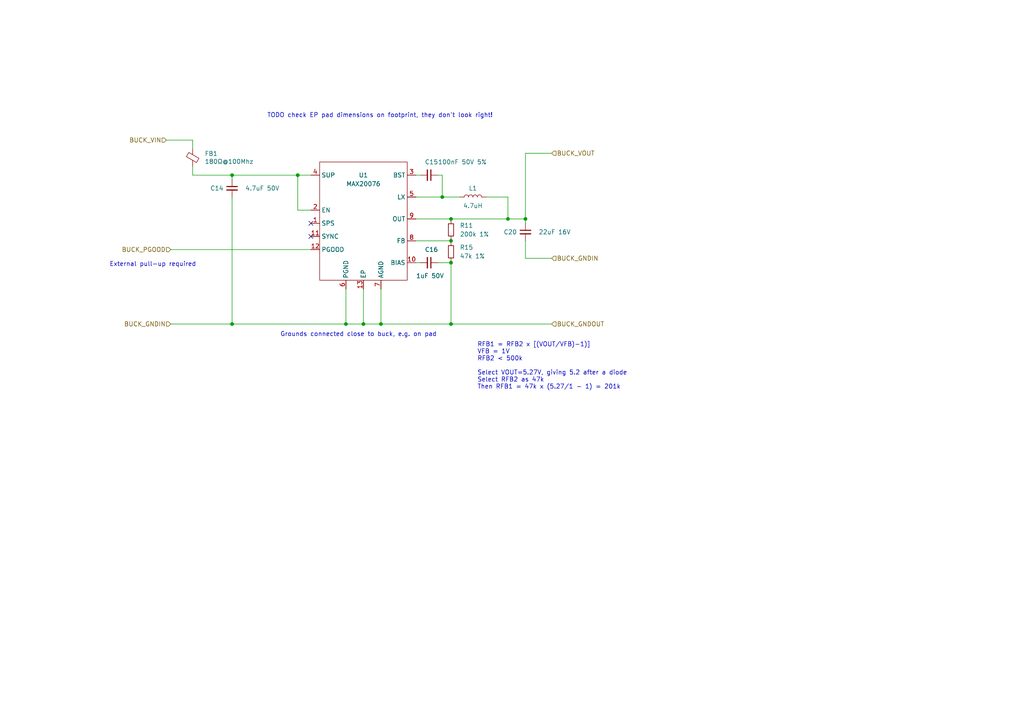
<source format=kicad_sch>
(kicad_sch (version 20211123) (generator eeschema)
  (paper "A4")
  (lib_symbols
    (symbol "Device:C_Small" (pin_numbers hide) (pin_names (offset 0.254) hide)
      (property "Reference" "C" (at 0.254 1.778 0))
      (property "Value" "C_Small" (at 0.254 -2.032 0))
      (symbol "C_Small_0_1"
        (polyline (pts (xy -1.524 -0.508) (xy 1.524 -0.508)) (stroke (width 0.3302)))
        (polyline (pts (xy -1.524 0.508) (xy 1.524 0.508)) (stroke (width 0.3048)))
      )
      (symbol "C_Small_1_1"
        (pin passive line (at 0 2.54 270) (length 2.032) (name "~") (number "1"))
        (pin passive line (at 0 -2.54 90) (length 2.032) (name "~") (number "2"))
      )
    )
    (symbol "Device:FerriteBead_Small" (pin_numbers hide) (pin_names (offset 0))
      (property "Reference" "FB" (at 1.905 1.27 0))
      (property "Value" "FerriteBead_Small" (at 1.905 -1.27 0))
      (symbol "FerriteBead_Small_0_1"
        (polyline (pts (xy 0 -1.27) (xy 0 -0.7874)))
        (polyline (pts (xy 0 0.889) (xy 0 1.2954)))
        (polyline (pts (xy -1.8288 0.2794) (xy -1.1176 1.4986) (xy 1.8288 -0.2032) (xy 1.1176 -1.4224) (xy -1.8288 0.2794)))
      )
      (symbol "FerriteBead_Small_1_1"
        (pin passive line (at 0 2.54 270) (length 1.27) (name "~") (number "1"))
        (pin passive line (at 0 -2.54 90) (length 1.27) (name "~") (number "2"))
      )
    )
    (symbol "Device:L" (pin_numbers hide) (pin_names (offset 1.016) hide)
      (property "Reference" "L" (at -1.27 0 90))
      (property "Value" "L" (at 1.905 0 90))
      (symbol "L_0_1"
        (arc (start 0 -2.54) (mid 0.635 -1.905) (end 0 -1.27))
        (arc (start 0 -1.27) (mid 0.635 -0.635) (end 0 0))
        (arc (start 0 0) (mid 0.635 0.635) (end 0 1.27))
        (arc (start 0 1.27) (mid 0.635 1.905) (end 0 2.54))
      )
      (symbol "L_1_1"
        (pin passive line (at 0 3.81 270) (length 1.27) (name "1") (number "1"))
        (pin passive line (at 0 -3.81 90) (length 1.27) (name "2") (number "2"))
      )
    )
    (symbol "Device:R_Small" (pin_numbers hide) (pin_names (offset 0.254) hide)
      (property "Reference" "R" (at 0.762 0.508 0))
      (property "Value" "R_Small" (at 0.762 -1.016 0))
      (symbol "R_Small_0_1"
        (rectangle (start -0.762 1.778) (end 0.762 -1.778) (stroke (width 0.2032)))
      )
      (symbol "R_Small_1_1"
        (pin passive line (at 0 2.54 270) (length 0.762) (name "~") (number "1"))
        (pin passive line (at 0 -2.54 90) (length 0.762) (name "~") (number "2"))
      )
    )
    (symbol "runger:MAX20076"
      (property "Reference" "U" (at 0 11.43 0))
      (property "Value" "MAX20076" (at 0 0 90))
      (symbol "MAX20076_0_0"
        (pin input line (at -15.24 0 0) (length 2.54) (name "SPS") (number "1"))
        (pin unspecified line (at 15.24 -11.43 180) (length 2.54) (name "BIAS") (number "10"))
        (pin unspecified line (at -15.24 -3.81 0) (length 2.54) (name "SYNC") (number "11"))
        (pin open_collector line (at -15.24 -7.62 0) (length 2.54) (name "PGOOD") (number "12"))
        (pin unspecified line (at 0 -19.05 90) (length 2.54) (name "EP") (number "13"))
        (pin input line (at -15.24 3.81 0) (length 2.54) (name "EN") (number "2"))
        (pin unspecified line (at 15.24 13.97 180) (length 2.54) (name "BST") (number "3"))
        (pin unspecified line (at -15.24 13.97 0) (length 2.54) (name "SUP") (number "4"))
        (pin unspecified line (at 15.24 7.62 180) (length 2.54) (name "LX") (number "5"))
        (pin unspecified line (at -5.08 -19.05 90) (length 2.54) (name "PGND") (number "6"))
        (pin unspecified line (at 5.08 -19.05 90) (length 2.54) (name "AGND") (number "7"))
        (pin unspecified line (at 15.24 -5.08 180) (length 2.54) (name "FB") (number "8"))
        (pin unspecified line (at 15.24 1.27 180) (length 2.54) (name "OUT") (number "9"))
      )
      (symbol "MAX20076_0_1"
        (rectangle (start -12.7 17.78) (end 12.7 -16.51))
      )
    )
  )
  (junction (at 152.4 63.5))
  (junction (at 147.32 63.5))
  (junction (at 105.41 93.98))
  (junction (at 128.27 57.15))
  (junction (at 130.81 69.85))
  (junction (at 100.33 93.98))
  (junction (at 110.49 93.98))
  (junction (at 86.36 50.8))
  (junction (at 130.81 93.98))
  (junction (at 67.31 50.8))
  (junction (at 130.81 76.2))
  (junction (at 130.81 63.5))
  (junction (at 67.31 93.98))
  (no_connect (at 90.17 68.58))
  (no_connect (at 90.17 64.77))
  (wire (pts (xy 55.88 48.26) (xy 55.88 50.8)))
  (wire (pts (xy 48.26 40.64) (xy 55.88 40.64)))
  (wire (pts (xy 120.65 69.85) (xy 130.81 69.85)))
  (wire (pts (xy 105.41 93.98) (xy 100.33 93.98)))
  (wire (pts (xy 105.41 93.98) (xy 110.49 93.98)))
  (wire (pts (xy 55.88 50.8) (xy 67.31 50.8)))
  (wire (pts (xy 130.81 69.85) (xy 130.81 70.485)))
  (wire (pts (xy 130.81 63.5) (xy 147.32 63.5)))
  (wire (pts (xy 49.53 72.39) (xy 90.17 72.39)))
  (wire (pts (xy 147.32 57.15) (xy 147.32 63.5)))
  (wire (pts (xy 86.36 60.96) (xy 86.36 50.8)))
  (wire (pts (xy 147.32 63.5) (xy 152.4 63.5)))
  (wire (pts (xy 130.81 93.98) (xy 160.02 93.98)))
  (wire (pts (xy 130.81 76.2) (xy 130.81 93.98)))
  (wire (pts (xy 130.81 69.215) (xy 130.81 69.85)))
  (wire (pts (xy 152.4 63.5) (xy 152.4 64.77)))
  (wire (pts (xy 127 50.8) (xy 128.27 50.8)))
  (wire (pts (xy 110.49 93.98) (xy 110.49 83.82)))
  (wire (pts (xy 152.4 74.93) (xy 152.4 69.85)))
  (wire (pts (xy 152.4 44.45) (xy 160.02 44.45)))
  (wire (pts (xy 49.53 93.98) (xy 67.31 93.98)))
  (wire (pts (xy 100.33 93.98) (xy 67.31 93.98)))
  (wire (pts (xy 120.65 50.8) (xy 121.92 50.8)))
  (wire (pts (xy 130.81 63.5) (xy 130.81 64.135)))
  (wire (pts (xy 120.65 63.5) (xy 130.81 63.5)))
  (wire (pts (xy 120.65 57.15) (xy 128.27 57.15)))
  (wire (pts (xy 86.36 50.8) (xy 90.17 50.8)))
  (wire (pts (xy 127 76.2) (xy 130.81 76.2)))
  (wire (pts (xy 120.65 76.2) (xy 121.92 76.2)))
  (wire (pts (xy 128.27 50.8) (xy 128.27 57.15)))
  (wire (pts (xy 130.81 75.565) (xy 130.81 76.2)))
  (wire (pts (xy 67.31 93.98) (xy 67.31 57.15)))
  (wire (pts (xy 130.81 93.98) (xy 110.49 93.98)))
  (wire (pts (xy 105.41 83.82) (xy 105.41 93.98)))
  (wire (pts (xy 152.4 44.45) (xy 152.4 63.5)))
  (wire (pts (xy 55.88 40.64) (xy 55.88 43.18)))
  (wire (pts (xy 128.27 57.15) (xy 133.35 57.15)))
  (wire (pts (xy 160.02 74.93) (xy 152.4 74.93)))
  (wire (pts (xy 140.97 57.15) (xy 147.32 57.15)))
  (wire (pts (xy 67.31 50.8) (xy 86.36 50.8)))
  (wire (pts (xy 100.33 83.82) (xy 100.33 93.98)))
  (wire (pts (xy 90.17 60.96) (xy 86.36 60.96)))
  (wire (pts (xy 67.31 50.8) (xy 67.31 52.07)))
  (text "TODO check EP pad dimensions on footprint, they don't look right!" (at 77.47 34.29 0) (effects (font (size 1.27 1.27)) (justify left bottom)))
  (text "Grounds connected close to buck, e.g. on pad" (at 81.28 97.79 0) (effects (font (size 1.27 1.27)) (justify left bottom)))
  (text "RFB1 = RFB2 x [(VOUT/VFB)-1)]\nVFB = 1V\nRFB2 < 500k\n\nSelect VOUT=5.27V, giving 5.2 after a diode\nSelect RFB2 as 47k\nThen RFB1 = 47k x (5.27/1 - 1) = 201k" (at 138.43 113.03 0) (effects (font (size 1.27 1.27)) (justify left bottom)))
  (text "External pull-up required" (at 31.75 77.47 0) (effects (font (size 1.27 1.27)) (justify left bottom)))
  (hierarchical_label "BUCK_GNDOUT" (shape input) (at 160.02 93.98 0))
  (hierarchical_label "BUCK_VOUT" (shape input) (at 160.02 44.45 0))
  (hierarchical_label "BUCK_PGOOD" (shape input) (at 49.53 72.39 180))
  (hierarchical_label "BUCK_GNDIN" (shape input) (at 160.02 74.93 0))
  (hierarchical_label "BUCK_VIN" (shape input) (at 48.26 40.64 180))
  (hierarchical_label "BUCK_GNDIN" (shape input) (at 49.53 93.98 180))
  (symbol (lib_id "Device:C_Small") (at 124.46 76.2 270) (unit 1)
    (property "Reference" "C16" (at 123.19 72.39 90) (effects (justify left)))
    (property "Value" "1uF 50V" (at 120.65 80.01 90) (effects (justify left)))
    (property "Footprint" "Capacitor_SMD:C_0402_1005Metric" (effects hide))
    (property "Val" "1uF 50V" (effects hide))
    (property "Manu" "Murata" (effects hide))
    (property "Part" "GRM155R61H105KE05D" (effects hide))
  )
  (symbol (lib_id "Device:L") (at 137.16 57.15 90) (unit 1)
    (property "Reference" "L1" (at 137.16 54.61 90))
    (property "Value" "4.7uH" (at 137.16 59.69 90))
    (property "Footprint" "Inductor_SMD:L_Coilcraft_XxL4030" (effects hide))
    (property "Val" "4.7uH" (effects hide))
    (property "Manu" "Coilcraft" (effects hide))
    (property "Part" "XAL4030-472MEC" (effects hide))
  )
  (symbol (lib_id "Device:C_Small") (at 152.4 67.31 0) (unit 1)
    (property "Reference" "C20" (at 146.05 67.31 0) (effects (justify left)))
    (property "Value" "22uF 16V" (at 156.21 67.31 0) (effects (justify left)))
    (property "Footprint" "Capacitor_SMD:C_0603_1608Metric" (effects hide))
    (property "Val" "22uF 16V 0603 X5R Ceramic" (effects hide))
    (property "Manu" "Samsung" (effects hide))
    (property "Part" "CL10A226MO7JZNC" (effects hide))
  )
  (symbol (lib_id "Device:R_Small") (at 130.81 73.025 0) (unit 1)
    (property "Reference" "R15" (at 133.35 71.7549 0) (effects (justify left)))
    (property "Value" "47k 1%" (at 133.35 74.2949 0) (effects (justify left)))
    (property "Footprint" "Resistor_SMD:R_0402_1005Metric" (effects hide))
    (property "Val" "47k 0.1%" (effects hide))
    (property "Manu" "Vishay / Dale" (effects hide))
    (property "Part" "TNPW040247K0BYEP" (effects hide))
  )
  (symbol (lib_id "Device:C_Small") (at 124.46 50.8 270) (unit 1)
    (property "Reference" "C15" (at 123.19 46.99 90) (effects (justify left)))
    (property "Value" "100nF 50V 5%" (at 127 46.99 90) (effects (justify left)))
    (property "Footprint" "Capacitor_SMD:C_0402_1005Metric" (effects hide))
    (property "Val" "100nF 50V 0402 X7S Ceramic" (effects hide))
    (property "Manu" "Murata" (effects hide))
    (property "Part" "GRM155C71H104JE19D" (effects hide))
  )
  (symbol (lib_id "Device:C_Small") (at 67.31 54.61 0) (unit 1)
    (property "Reference" "C14" (at 60.96 54.61 0) (effects (justify left)))
    (property "Value" "4.7uF 50V" (at 71.12 54.61 0) (effects (justify left)))
    (property "Footprint" "Capacitor_SMD:C_0805_2012Metric" (effects hide))
    (property "Val" "4.7uF 50V 0805 X7R Ceramic" (effects hide))
    (property "Manu" "Murata" (effects hide))
    (property "Part" "GRM21BZ71H475ME15K" (effects hide))
  )
  (symbol (lib_id "Device:R_Small") (at 130.81 66.675 0) (unit 1)
    (property "Reference" "R11" (at 133.35 65.4049 0) (effects (justify left)))
    (property "Value" "200k 1%" (at 133.35 67.9449 0) (effects (justify left)))
    (property "Footprint" "Resistor_SMD:R_0402_1005Metric" (effects hide))
    (property "Val" "200k 0.5%" (effects hide))
    (property "Manu" "Panasonic" (effects hide))
    (property "Part" "ERJ2RKD2003X" (effects hide))
  )
  (symbol (lib_id "runger:MAX20076") (at 105.41 64.77 0) (unit 1)
    (property "Reference" "U1" (at 105.41 50.8 0))
    (property "Value" "MAX20076" (at 105.41 53.34 0))
    (property "Footprint" "runger:DFN-12-1EP_3x3mm_P0.5mm_EP1.7x2.5mm" (effects hide))
    (property "Manu" "Maxim Integrated" (effects hide))
    (property "Part" "MAX20076EATCB/VY+" (effects hide))
  )
  (symbol (lib_id "Device:FerriteBead_Small") (at 55.88 45.72 0) (unit 1)
    (property "Reference" "FB1" (at 59.3598 44.5516 0) (effects (justify left)))
    (property "Value" "180Ω@100Mhz" (at 59.3598 46.863 0) (effects (justify left)))
    (property "Footprint" "Inductor_SMD:L_0805_2012Metric" (effects hide))
    (property "Manu" "Murata" (effects hide))
    (property "Part" "BLM21SP181SZ1D" (effects hide))
  )
)
</source>
